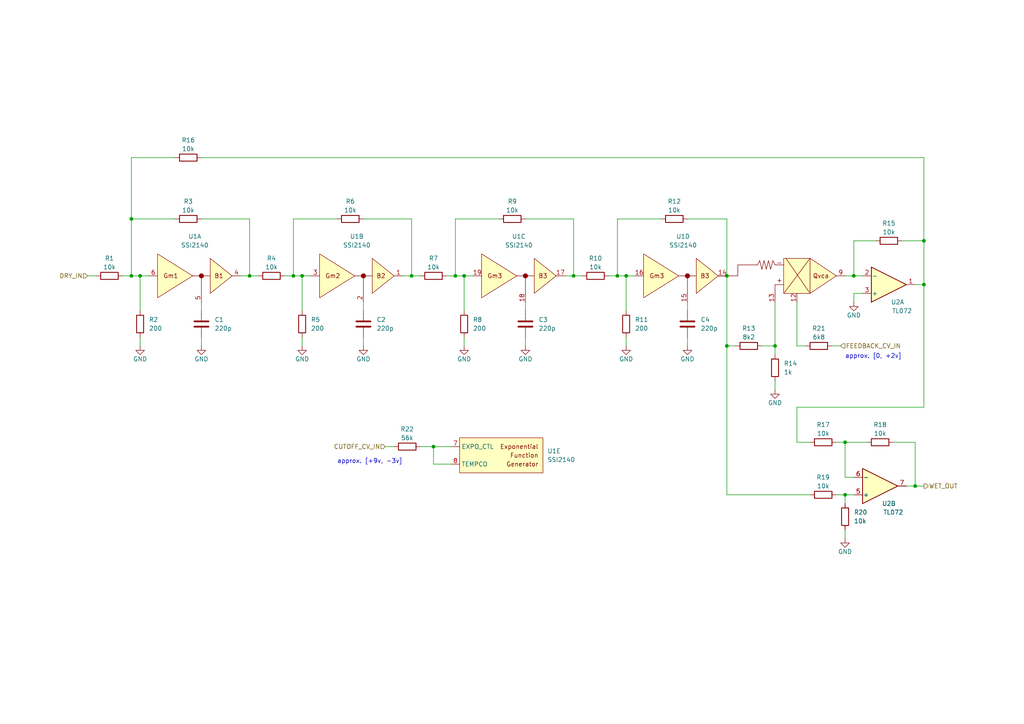
<source format=kicad_sch>
(kicad_sch (version 20211123) (generator eeschema)
  (paper "A4")
  (title_block (title "SSI2140 LPF") (date "2022-05-28") (rev "0") (comment 1 "creativecommons.org/licenses/by/4.0/") (comment 2 "License: CC by 4.0") (comment 3 "Author: Jordan Aceto"))
  (lib_symbols
    (symbol "Amplifier_Operational:TL072" (pin_names (offset 0.127))
      (property "Reference" "U" (at 0 5.08 0))
      (property "Value" "TL072" (at 0 -5.08 0))
      (symbol "TL072_1_1"
        (polyline (pts (xy -5.08 5.08) (xy 5.08 0) (xy -5.08 -5.08) (xy -5.08 5.08)) (stroke (width 0.254)) (fill (type background)))
        (pin output line (at 7.62 0 180) (length 2.54) (name "~") (number "1"))
        (pin input line (at -7.62 -2.54 0) (length 2.54) (name "-") (number "2"))
        (pin input line (at -7.62 2.54 0) (length 2.54) (name "+") (number "3"))
      )
      (symbol "TL072_2_1"
        (polyline (pts (xy -5.08 5.08) (xy 5.08 0) (xy -5.08 -5.08) (xy -5.08 5.08)) (stroke (width 0.254)) (fill (type background)))
        (pin input line (at -7.62 2.54 0) (length 2.54) (name "+") (number "5"))
        (pin input line (at -7.62 -2.54 0) (length 2.54) (name "-") (number "6"))
        (pin output line (at 7.62 0 180) (length 2.54) (name "~") (number "7"))
      )
      (symbol "TL072_3_1"
        (pin power_in line (at -2.54 -7.62 90) (length 3.81) (name "V-") (number "4"))
        (pin power_in line (at -2.54 7.62 270) (length 3.81) (name "V+") (number "8"))
      )
    )
    (symbol "Device:C" (pin_numbers hide) (pin_names (offset 0.254))
      (property "Reference" "C" (at 0.635 2.54 0))
      (property "Value" "C" (at 0.635 -2.54 0))
      (symbol "C_0_1"
        (polyline (pts (xy -2.032 -0.762) (xy 2.032 -0.762)) (stroke (width 0.508)))
        (polyline (pts (xy -2.032 0.762) (xy 2.032 0.762)) (stroke (width 0.508)))
      )
      (symbol "C_1_1"
        (pin passive line (at 0 3.81 270) (length 2.794) (name "~") (number "1"))
        (pin passive line (at 0 -3.81 90) (length 2.794) (name "~") (number "2"))
      )
    )
    (symbol "Device:R" (pin_numbers hide) (pin_names (offset 0))
      (property "Reference" "R" (at 2.032 0 90))
      (property "Value" "R" (at 0 0 90))
      (symbol "R_0_1"
        (rectangle (start -1.016 -2.54) (end 1.016 2.54) (stroke (width 0.254)))
      )
      (symbol "R_1_1"
        (pin passive line (at 0 3.81 270) (length 1.27) (name "~") (number "1"))
        (pin passive line (at 0 -3.81 90) (length 1.27) (name "~") (number "2"))
      )
    )
    (symbol "SSI2140_1"
      (property "Reference" "U" (at 0 10.16 0))
      (property "Value" "SSI2140_1" (at 0 7.62 0))
      (symbol "SSI2140_1_1_0"
        (polyline (pts (xy 0 0) (xy -2.54 0)))
        (polyline (pts (xy 0 -5.08) (xy 0 0) (xy 2.54 0)))
        (polyline (pts (xy -2.54 0) (xy -12.7 6.35) (xy -12.7 -6.35) (xy -2.54 0)) (fill (type background)))
        (text "B1" (at 5.08 0 0) (effects (font (size 1.27 1.27))))
        (text "Gm1" (at -8.89 0 0) (effects (font (size 1.27 1.27))))
      )
      (symbol "SSI2140_1_1_1"
        (polyline (pts (xy 8.89 0) (xy 2.54 5.08) (xy 2.54 -5.08) (xy 8.89 0)) (fill (type background)))
        (circle (center 0 0) (radius 0.635) (fill (type outline)))
        (pin output line (at 11.43 0 180) (length 2.54) (name "") (number "4"))
        (pin input line (at 0 -7.62 90) (length 2.54) (name "") (number "5"))
        (pin input line (at -15.24 0 0) (length 2.54) (name "") (number "6"))
      )
      (symbol "SSI2140_1_2_0"
        (polyline (pts (xy 0 0) (xy -2.54 0)))
        (polyline (pts (xy 0 -5.08) (xy 0 0) (xy 2.54 0)))
        (polyline (pts (xy -2.54 0) (xy -12.7 6.35) (xy -12.7 -6.35) (xy -2.54 0)) (fill (type background)))
        (text "B2" (at 5.08 0 0) (effects (font (size 1.27 1.27))))
        (text "Gm2" (at -8.89 0 0) (effects (font (size 1.27 1.27))))
      )
      (symbol "SSI2140_1_2_1"
        (polyline (pts (xy 8.89 0) (xy 2.54 5.08) (xy 2.54 -5.08) (xy 8.89 0)) (fill (type background)))
        (circle (center 0 0) (radius 0.635) (fill (type outline)))
        (pin output line (at 11.43 0 180) (length 2.54) (name "") (number "1"))
        (pin input line (at 0 -7.62 90) (length 2.54) (name "") (number "2"))
        (pin input line (at -15.24 0 0) (length 2.54) (name "") (number "3"))
      )
      (symbol "SSI2140_1_3_0"
        (polyline (pts (xy 0 0) (xy -2.54 0)))
        (polyline (pts (xy 0 -5.08) (xy 0 0) (xy 2.54 0)))
        (polyline (pts (xy -2.54 0) (xy -12.7 6.35) (xy -12.7 -6.35) (xy -2.54 0)) (fill (type background)))
        (text "B3" (at 5.08 0 0) (effects (font (size 1.27 1.27))))
        (text "Gm3" (at -8.89 0 0) (effects (font (size 1.27 1.27))))
      )
      (symbol "SSI2140_1_3_1"
        (polyline (pts (xy 8.89 0) (xy 2.54 5.08) (xy 2.54 -5.08) (xy 8.89 0)) (fill (type background)))
        (circle (center 0 0) (radius 0.635) (fill (type outline)))
        (pin output line (at 11.43 0 180) (length 2.54) (name "") (number "17"))
        (pin input line (at 0 -7.62 90) (length 2.54) (name "") (number "18"))
        (pin input line (at -15.24 0 0) (length 2.54) (name "") (number "19"))
      )
      (symbol "SSI2140_1_4_0"
        (polyline (pts (xy 0 0) (xy -2.54 0)))
        (polyline (pts (xy 27.94 -5.08) (xy 35.56 5.08)))
        (polyline (pts (xy 35.56 -5.08) (xy 28.575 5.08)))
        (polyline (pts (xy 0 -5.08) (xy 0 0) (xy 2.54 0)))
        (polyline (pts (xy 11.43 0) (xy 11.43 0) (xy 8.89 0)))
        (polyline (pts (xy 20.32 3.175) (xy 14.605 3.175) (xy 14.605 0)))
        (polyline (pts (xy 25.4 -5.08) (xy 25.4 -2.54) (xy 27.94 -2.54)))
        (polyline (pts (xy -2.54 0) (xy -12.7 6.35) (xy -12.7 -6.35) (xy -2.54 0)) (fill (type background)))
        (polyline (pts (xy 35.56 5.08) (xy 27.94 5.08) (xy 27.94 -5.08) (xy 35.56 -5.08)) (fill (type background)))
        (polyline (pts (xy 43.18 0) (xy 35.56 5.08) (xy 35.56 -5.08) (xy 43.18 0)) (fill (type background)))
        (polyline (pts (xy 20.32 3.175) (xy 20.955 4.445) (xy 21.59 1.905) (xy 22.225 4.445) (xy 22.86 1.905) (xy 23.495 4.445) (xy 24.13 1.905) (xy 24.765 4.445) (xy 25.4 3.175) (xy 27.94 3.175)))
        (text "+" (at 26.67 -1.27 0) (effects (font (size 1.27 1.27))))
        (text "-" (at 26.67 3.81 0) (effects (font (size 1.27 1.27))))
        (text "B3" (at 5.08 0 0) (effects (font (size 1.27 1.27))))
        (text "Gm3" (at -8.89 0 0) (effects (font (size 1.27 1.27))))
        (text "Qvca" (at 38.735 0 0) (effects (font (size 1.27 1.27))))
      )
      (symbol "SSI2140_1_4_1"
        (polyline (pts (xy 11.43 0) (xy 14.605 0)))
        (polyline (pts (xy 8.89 0) (xy 2.54 5.08) (xy 2.54 -5.08) (xy 8.89 0)) (fill (type background)))
        (circle (center 0 0) (radius 0.635) (fill (type outline)))
        (pin input line (at 31.75 -7.62 90) (length 2.54) (name "") (number "12"))
        (pin input line (at 25.4 -7.62 90) (length 2.54) (name "") (number "13"))
        (pin output line (at 11.43 0 180) (length 2.54) (name "") (number "14"))
        (pin input line (at 0 -7.62 90) (length 2.54) (name "") (number "15"))
        (pin input line (at -15.24 0 0) (length 2.54) (name "") (number "16"))
        (pin output line (at 45.72 0 180) (length 2.54) (name "") (number "9"))
      )
      (symbol "SSI2140_1_5_0"
        (text "Exponential" (at -10.16 2.54 0) (effects (font (size 1.27 1.27)) (justify left)))
        (text "Function" (at -10.16 0 0) (effects (font (size 1.27 1.27)) (justify left)))
        (text "Generator" (at -10.16 -2.54 0) (effects (font (size 1.27 1.27)) (justify left)))
      )
      (symbol "SSI2140_1_5_1"
        (rectangle (start -11.43 5.08) (end 12.7 -5.08) (fill (type background)))
        (pin input line (at 15.24 2.54 180) (length 2.54) (name "EXPO_CTL") (number "7"))
        (pin input line (at 15.24 -2.54 180) (length 2.54) (name "TEMPCO") (number "8"))
      )
      (symbol "SSI2140_1_6_0"
        (rectangle (start -3.81 6.35) (end 3.81 -11.43) (fill (type background)))
      )
      (symbol "SSI2140_1_6_1"
        (pin power_in line (at 6.35 -2.54 180) (length 2.54) (name "GND") (number "10"))
        (pin power_in line (at 6.35 -8.89 180) (length 2.54) (name "V-") (number "11"))
        (pin power_in line (at 6.35 3.81 180) (length 2.54) (name "V+") (number "20"))
      )
    )
    (symbol "SSI2140_2"
      (property "Reference" "U" (at 0 10.16 0))
      (property "Value" "SSI2140_2" (at 0 7.62 0))
      (symbol "SSI2140_2_1_0"
        (polyline (pts (xy 0 0) (xy -2.54 0)))
        (polyline (pts (xy 0 -5.08) (xy 0 0) (xy 2.54 0)))
        (polyline (pts (xy -2.54 0) (xy -12.7 6.35) (xy -12.7 -6.35) (xy -2.54 0)) (fill (type background)))
        (text "B1" (at 5.08 0 0) (effects (font (size 1.27 1.27))))
        (text "Gm1" (at -8.89 0 0) (effects (font (size 1.27 1.27))))
      )
      (symbol "SSI2140_2_1_1"
        (polyline (pts (xy 8.89 0) (xy 2.54 5.08) (xy 2.54 -5.08) (xy 8.89 0)) (fill (type background)))
        (circle (center 0 0) (radius 0.635) (fill (type outline)))
        (pin output line (at 11.43 0 180) (length 2.54) (name "") (number "4"))
        (pin input line (at 0 -7.62 90) (length 2.54) (name "") (number "5"))
        (pin input line (at -15.24 0 0) (length 2.54) (name "") (number "6"))
      )
      (symbol "SSI2140_2_2_0"
        (polyline (pts (xy 0 0) (xy -2.54 0)))
        (polyline (pts (xy 0 -5.08) (xy 0 0) (xy 2.54 0)))
        (polyline (pts (xy -2.54 0) (xy -12.7 6.35) (xy -12.7 -6.35) (xy -2.54 0)) (fill (type background)))
        (text "B2" (at 5.08 0 0) (effects (font (size 1.27 1.27))))
        (text "Gm2" (at -8.89 0 0) (effects (font (size 1.27 1.27))))
      )
      (symbol "SSI2140_2_2_1"
        (polyline (pts (xy 8.89 0) (xy 2.54 5.08) (xy 2.54 -5.08) (xy 8.89 0)) (fill (type background)))
        (circle (center 0 0) (radius 0.635) (fill (type outline)))
        (pin output line (at 11.43 0 180) (length 2.54) (name "") (number "1"))
        (pin input line (at 0 -7.62 90) (length 2.54) (name "") (number "2"))
        (pin input line (at -15.24 0 0) (length 2.54) (name "") (number "3"))
      )
      (symbol "SSI2140_2_3_0"
        (polyline (pts (xy 0 0) (xy -2.54 0)))
        (polyline (pts (xy 0 -5.08) (xy 0 0) (xy 2.54 0)))
        (polyline (pts (xy -2.54 0) (xy -12.7 6.35) (xy -12.7 -6.35) (xy -2.54 0)) (fill (type background)))
        (text "B3" (at 5.08 0 0) (effects (font (size 1.27 1.27))))
        (text "Gm3" (at -8.89 0 0) (effects (font (size 1.27 1.27))))
      )
      (symbol "SSI2140_2_3_1"
        (polyline (pts (xy 8.89 0) (xy 2.54 5.08) (xy 2.54 -5.08) (xy 8.89 0)) (fill (type background)))
        (circle (center 0 0) (radius 0.635) (fill (type outline)))
        (pin output line (at 11.43 0 180) (length 2.54) (name "") (number "17"))
        (pin input line (at 0 -7.62 90) (length 2.54) (name "") (number "18"))
        (pin input line (at -15.24 0 0) (length 2.54) (name "") (number "19"))
      )
      (symbol "SSI2140_2_4_0"
        (polyline (pts (xy 0 0) (xy -2.54 0)))
        (polyline (pts (xy 27.94 -5.08) (xy 35.56 5.08)))
        (polyline (pts (xy 35.56 -5.08) (xy 28.575 5.08)))
        (polyline (pts (xy 0 -5.08) (xy 0 0) (xy 2.54 0)))
        (polyline (pts (xy 11.43 0) (xy 11.43 0) (xy 8.89 0)))
        (polyline (pts (xy 20.32 3.175) (xy 14.605 3.175) (xy 14.605 0)))
        (polyline (pts (xy 25.4 -5.08) (xy 25.4 -2.54) (xy 27.94 -2.54)))
        (polyline (pts (xy -2.54 0) (xy -12.7 6.35) (xy -12.7 -6.35) (xy -2.54 0)) (fill (type background)))
        (polyline (pts (xy 35.56 5.08) (xy 27.94 5.08) (xy 27.94 -5.08) (xy 35.56 -5.08)) (fill (type background)))
        (polyline (pts (xy 43.18 0) (xy 35.56 5.08) (xy 35.56 -5.08) (xy 43.18 0)) (fill (type background)))
        (polyline (pts (xy 20.32 3.175) (xy 20.955 4.445) (xy 21.59 1.905) (xy 22.225 4.445) (xy 22.86 1.905) (xy 23.495 4.445) (xy 24.13 1.905) (xy 24.765 4.445) (xy 25.4 3.175) (xy 27.94 3.175)))
        (text "+" (at 26.67 -1.27 0) (effects (font (size 1.27 1.27))))
        (text "-" (at 26.67 3.81 0) (effects (font (size 1.27 1.27))))
        (text "B3" (at 5.08 0 0) (effects (font (size 1.27 1.27))))
        (text "Gm3" (at -8.89 0 0) (effects (font (size 1.27 1.27))))
        (text "Qvca" (at 38.735 0 0) (effects (font (size 1.27 1.27))))
      )
      (symbol "SSI2140_2_4_1"
        (polyline (pts (xy 11.43 0) (xy 14.605 0)))
        (polyline (pts (xy 8.89 0) (xy 2.54 5.08) (xy 2.54 -5.08) (xy 8.89 0)) (fill (type background)))
        (circle (center 0 0) (radius 0.635) (fill (type outline)))
        (pin input line (at 31.75 -7.62 90) (length 2.54) (name "") (number "12"))
        (pin input line (at 25.4 -7.62 90) (length 2.54) (name "") (number "13"))
        (pin output line (at 11.43 0 180) (length 2.54) (name "") (number "14"))
        (pin input line (at 0 -7.62 90) (length 2.54) (name "") (number "15"))
        (pin input line (at -15.24 0 0) (length 2.54) (name "") (number "16"))
        (pin output line (at 45.72 0 180) (length 2.54) (name "") (number "9"))
      )
      (symbol "SSI2140_2_5_0"
        (text "Exponential" (at -10.16 2.54 0) (effects (font (size 1.27 1.27)) (justify left)))
        (text "Function" (at -10.16 0 0) (effects (font (size 1.27 1.27)) (justify left)))
        (text "Generator" (at -10.16 -2.54 0) (effects (font (size 1.27 1.27)) (justify left)))
      )
      (symbol "SSI2140_2_5_1"
        (rectangle (start -11.43 5.08) (end 12.7 -5.08) (fill (type background)))
        (pin input line (at 15.24 2.54 180) (length 2.54) (name "EXPO_CTL") (number "7"))
        (pin input line (at 15.24 -2.54 180) (length 2.54) (name "TEMPCO") (number "8"))
      )
      (symbol "SSI2140_2_6_0"
        (rectangle (start -3.81 6.35) (end 3.81 -11.43) (fill (type background)))
      )
      (symbol "SSI2140_2_6_1"
        (pin power_in line (at 6.35 -2.54 180) (length 2.54) (name "GND") (number "10"))
        (pin power_in line (at 6.35 -8.89 180) (length 2.54) (name "V-") (number "11"))
        (pin power_in line (at 6.35 3.81 180) (length 2.54) (name "V+") (number "20"))
      )
    )
    (symbol "SSI2140_3"
      (property "Reference" "U" (at 0 10.16 0))
      (property "Value" "SSI2140_3" (at 0 7.62 0))
      (symbol "SSI2140_3_1_0"
        (polyline (pts (xy 0 0) (xy -2.54 0)))
        (polyline (pts (xy 0 -5.08) (xy 0 0) (xy 2.54 0)))
        (polyline (pts (xy -2.54 0) (xy -12.7 6.35) (xy -12.7 -6.35) (xy -2.54 0)) (fill (type background)))
        (text "B1" (at 5.08 0 0) (effects (font (size 1.27 1.27))))
        (text "Gm1" (at -8.89 0 0) (effects (font (size 1.27 1.27))))
      )
      (symbol "SSI2140_3_1_1"
        (polyline (pts (xy 8.89 0) (xy 2.54 5.08) (xy 2.54 -5.08) (xy 8.89 0)) (fill (type background)))
        (circle (center 0 0) (radius 0.635) (fill (type outline)))
        (pin output line (at 11.43 0 180) (length 2.54) (name "") (number "4"))
        (pin input line (at 0 -7.62 90) (length 2.54) (name "") (number "5"))
        (pin input line (at -15.24 0 0) (length 2.54) (name "") (number "6"))
      )
      (symbol "SSI2140_3_2_0"
        (polyline (pts (xy 0 0) (xy -2.54 0)))
        (polyline (pts (xy 0 -5.08) (xy 0 0) (xy 2.54 0)))
        (polyline (pts (xy -2.54 0) (xy -12.7 6.35) (xy -12.7 -6.35) (xy -2.54 0)) (fill (type background)))
        (text "B2" (at 5.08 0 0) (effects (font (size 1.27 1.27))))
        (text "Gm2" (at -8.89 0 0) (effects (font (size 1.27 1.27))))
      )
      (symbol "SSI2140_3_2_1"
        (polyline (pts (xy 8.89 0) (xy 2.54 5.08) (xy 2.54 -5.08) (xy 8.89 0)) (fill (type background)))
        (circle (center 0 0) (radius 0.635) (fill (type outline)))
        (pin output line (at 11.43 0 180) (length 2.54) (name "") (number "1"))
        (pin input line (at 0 -7.62 90) (length 2.54) (name "") (number "2"))
        (pin input line (at -15.24 0 0) (length 2.54) (name "") (number "3"))
      )
      (symbol "SSI2140_3_3_0"
        (polyline (pts (xy 0 0) (xy -2.54 0)))
        (polyline (pts (xy 0 -5.08) (xy 0 0) (xy 2.54 0)))
        (polyline (pts (xy -2.54 0) (xy -12.7 6.35) (xy -12.7 -6.35) (xy -2.54 0)) (fill (type background)))
        (text "B3" (at 5.08 0 0) (effects (font (size 1.27 1.27))))
        (text "Gm3" (at -8.89 0 0) (effects (font (size 1.27 1.27))))
      )
      (symbol "SSI2140_3_3_1"
        (polyline (pts (xy 8.89 0) (xy 2.54 5.08) (xy 2.54 -5.08) (xy 8.89 0)) (fill (type background)))
        (circle (center 0 0) (radius 0.635) (fill (type outline)))
        (pin output line (at 11.43 0 180) (length 2.54) (name "") (number "17"))
        (pin input line (at 0 -7.62 90) (length 2.54) (name "") (number "18"))
        (pin input line (at -15.24 0 0) (length 2.54) (name "") (number "19"))
      )
      (symbol "SSI2140_3_4_0"
        (polyline (pts (xy 0 0) (xy -2.54 0)))
        (polyline (pts (xy 27.94 -5.08) (xy 35.56 5.08)))
        (polyline (pts (xy 35.56 -5.08) (xy 28.575 5.08)))
        (polyline (pts (xy 0 -5.08) (xy 0 0) (xy 2.54 0)))
        (polyline (pts (xy 11.43 0) (xy 11.43 0) (xy 8.89 0)))
        (polyline (pts (xy 20.32 3.175) (xy 14.605 3.175) (xy 14.605 0)))
        (polyline (pts (xy 25.4 -5.08) (xy 25.4 -2.54) (xy 27.94 -2.54)))
        (polyline (pts (xy -2.54 0) (xy -12.7 6.35) (xy -12.7 -6.35) (xy -2.54 0)) (fill (type background)))
        (polyline (pts (xy 35.56 5.08) (xy 27.94 5.08) (xy 27.94 -5.08) (xy 35.56 -5.08)) (fill (type background)))
        (polyline (pts (xy 43.18 0) (xy 35.56 5.08) (xy 35.56 -5.08) (xy 43.18 0)) (fill (type background)))
        (polyline (pts (xy 20.32 3.175) (xy 20.955 4.445) (xy 21.59 1.905) (xy 22.225 4.445) (xy 22.86 1.905) (xy 23.495 4.445) (xy 24.13 1.905) (xy 24.765 4.445) (xy 25.4 3.175) (xy 27.94 3.175)))
        (text "+" (at 26.67 -1.27 0) (effects (font (size 1.27 1.27))))
        (text "-" (at 26.67 3.81 0) (effects (font (size 1.27 1.27))))
        (text "B3" (at 5.08 0 0) (effects (font (size 1.27 1.27))))
        (text "Gm3" (at -8.89 0 0) (effects (font (size 1.27 1.27))))
        (text "Qvca" (at 38.735 0 0) (effects (font (size 1.27 1.27))))
      )
      (symbol "SSI2140_3_4_1"
        (polyline (pts (xy 11.43 0) (xy 14.605 0)))
        (polyline (pts (xy 8.89 0) (xy 2.54 5.08) (xy 2.54 -5.08) (xy 8.89 0)) (fill (type background)))
        (circle (center 0 0) (radius 0.635) (fill (type outline)))
        (pin input line (at 31.75 -7.62 90) (length 2.54) (name "") (number "12"))
        (pin input line (at 25.4 -7.62 90) (length 2.54) (name "") (number "13"))
        (pin output line (at 11.43 0 180) (length 2.54) (name "") (number "14"))
        (pin input line (at 0 -7.62 90) (length 2.54) (name "") (number "15"))
        (pin input line (at -15.24 0 0) (length 2.54) (name "") (number "16"))
        (pin output line (at 45.72 0 180) (length 2.54) (name "") (number "9"))
      )
      (symbol "SSI2140_3_5_0"
        (text "Exponential" (at -10.16 2.54 0) (effects (font (size 1.27 1.27)) (justify left)))
        (text "Function" (at -10.16 0 0) (effects (font (size 1.27 1.27)) (justify left)))
        (text "Generator" (at -10.16 -2.54 0) (effects (font (size 1.27 1.27)) (justify left)))
      )
      (symbol "SSI2140_3_5_1"
        (rectangle (start -11.43 5.08) (end 12.7 -5.08) (fill (type background)))
        (pin input line (at 15.24 2.54 180) (length 2.54) (name "EXPO_CTL") (number "7"))
        (pin input line (at 15.24 -2.54 180) (length 2.54) (name "TEMPCO") (number "8"))
      )
      (symbol "SSI2140_3_6_0"
        (rectangle (start -3.81 6.35) (end 3.81 -11.43) (fill (type background)))
      )
      (symbol "SSI2140_3_6_1"
        (pin power_in line (at 6.35 -2.54 180) (length 2.54) (name "GND") (number "10"))
        (pin power_in line (at 6.35 -8.89 180) (length 2.54) (name "V-") (number "11"))
        (pin power_in line (at 6.35 3.81 180) (length 2.54) (name "V+") (number "20"))
      )
    )
    (symbol "SSI2140_4"
      (property "Reference" "U" (at 0 10.16 0))
      (property "Value" "SSI2140_4" (at 0 7.62 0))
      (symbol "SSI2140_4_1_0"
        (polyline (pts (xy 0 0) (xy -2.54 0)))
        (polyline (pts (xy 0 -5.08) (xy 0 0) (xy 2.54 0)))
        (polyline (pts (xy -2.54 0) (xy -12.7 6.35) (xy -12.7 -6.35) (xy -2.54 0)) (fill (type background)))
        (text "B1" (at 5.08 0 0) (effects (font (size 1.27 1.27))))
        (text "Gm1" (at -8.89 0 0) (effects (font (size 1.27 1.27))))
      )
      (symbol "SSI2140_4_1_1"
        (polyline (pts (xy 8.89 0) (xy 2.54 5.08) (xy 2.54 -5.08) (xy 8.89 0)) (fill (type background)))
        (circle (center 0 0) (radius 0.635) (fill (type outline)))
        (pin output line (at 11.43 0 180) (length 2.54) (name "") (number "4"))
        (pin input line (at 0 -7.62 90) (length 2.54) (name "") (number "5"))
        (pin input line (at -15.24 0 0) (length 2.54) (name "") (number "6"))
      )
      (symbol "SSI2140_4_2_0"
        (polyline (pts (xy 0 0) (xy -2.54 0)))
        (polyline (pts (xy 0 -5.08) (xy 0 0) (xy 2.54 0)))
        (polyline (pts (xy -2.54 0) (xy -12.7 6.35) (xy -12.7 -6.35) (xy -2.54 0)) (fill (type background)))
        (text "B2" (at 5.08 0 0) (effects (font (size 1.27 1.27))))
        (text "Gm2" (at -8.89 0 0) (effects (font (size 1.27 1.27))))
      )
      (symbol "SSI2140_4_2_1"
        (polyline (pts (xy 8.89 0) (xy 2.54 5.08) (xy 2.54 -5.08) (xy 8.89 0)) (fill (type background)))
        (circle (center 0 0) (radius 0.635) (fill (type outline)))
        (pin output line (at 11.43 0 180) (length 2.54) (name "") (number "1"))
        (pin input line (at 0 -7.62 90) (length 2.54) (name "") (number "2"))
        (pin input line (at -15.24 0 0) (length 2.54) (name "") (number "3"))
      )
      (symbol "SSI2140_4_3_0"
        (polyline (pts (xy 0 0) (xy -2.54 0)))
        (polyline (pts (xy 0 -5.08) (xy 0 0) (xy 2.54 0)))
        (polyline (pts (xy -2.54 0) (xy -12.7 6.35) (xy -12.7 -6.35) (xy -2.54 0)) (fill (type background)))
        (text "B3" (at 5.08 0 0) (effects (font (size 1.27 1.27))))
        (text "Gm3" (at -8.89 0 0) (effects (font (size 1.27 1.27))))
      )
      (symbol "SSI2140_4_3_1"
        (polyline (pts (xy 8.89 0) (xy 2.54 5.08) (xy 2.54 -5.08) (xy 8.89 0)) (fill (type background)))
        (circle (center 0 0) (radius 0.635) (fill (type outline)))
        (pin output line (at 11.43 0 180) (length 2.54) (name "") (number "17"))
        (pin input line (at 0 -7.62 90) (length 2.54) (name "") (number "18"))
        (pin input line (at -15.24 0 0) (length 2.54) (name "") (number "19"))
      )
      (symbol "SSI2140_4_4_0"
        (polyline (pts (xy 0 0) (xy -2.54 0)))
        (polyline (pts (xy 27.94 -5.08) (xy 35.56 5.08)))
        (polyline (pts (xy 35.56 -5.08) (xy 28.575 5.08)))
        (polyline (pts (xy 0 -5.08) (xy 0 0) (xy 2.54 0)))
        (polyline (pts (xy 11.43 0) (xy 11.43 0) (xy 8.89 0)))
        (polyline (pts (xy 20.32 3.175) (xy 14.605 3.175) (xy 14.605 0)))
        (polyline (pts (xy 25.4 -5.08) (xy 25.4 -2.54) (xy 27.94 -2.54)))
        (polyline (pts (xy -2.54 0) (xy -12.7 6.35) (xy -12.7 -6.35) (xy -2.54 0)) (fill (type background)))
        (polyline (pts (xy 35.56 5.08) (xy 27.94 5.08) (xy 27.94 -5.08) (xy 35.56 -5.08)) (fill (type background)))
        (polyline (pts (xy 43.18 0) (xy 35.56 5.08) (xy 35.56 -5.08) (xy 43.18 0)) (fill (type background)))
        (polyline (pts (xy 20.32 3.175) (xy 20.955 4.445) (xy 21.59 1.905) (xy 22.225 4.445) (xy 22.86 1.905) (xy 23.495 4.445) (xy 24.13 1.905) (xy 24.765 4.445) (xy 25.4 3.175) (xy 27.94 3.175)))
        (text "+" (at 26.67 -1.27 0) (effects (font (size 1.27 1.27))))
        (text "-" (at 26.67 3.81 0) (effects (font (size 1.27 1.27))))
        (text "B3" (at 5.08 0 0) (effects (font (size 1.27 1.27))))
        (text "Gm3" (at -8.89 0 0) (effects (font (size 1.27 1.27))))
        (text "Qvca" (at 38.735 0 0) (effects (font (size 1.27 1.27))))
      )
      (symbol "SSI2140_4_4_1"
        (polyline (pts (xy 11.43 0) (xy 14.605 0)))
        (polyline (pts (xy 8.89 0) (xy 2.54 5.08) (xy 2.54 -5.08) (xy 8.89 0)) (fill (type background)))
        (circle (center 0 0) (radius 0.635) (fill (type outline)))
        (pin input line (at 31.75 -7.62 90) (length 2.54) (name "") (number "12"))
        (pin input line (at 25.4 -7.62 90) (length 2.54) (name "") (number "13"))
        (pin output line (at 11.43 0 180) (length 2.54) (name "") (number "14"))
        (pin input line (at 0 -7.62 90) (length 2.54) (name "") (number "15"))
        (pin input line (at -15.24 0 0) (length 2.54) (name "") (number "16"))
        (pin output line (at 45.72 0 180) (length 2.54) (name "") (number "9"))
      )
      (symbol "SSI2140_4_5_0"
        (text "Exponential" (at -10.16 2.54 0) (effects (font (size 1.27 1.27)) (justify left)))
        (text "Function" (at -10.16 0 0) (effects (font (size 1.27 1.27)) (justify left)))
        (text "Generator" (at -10.16 -2.54 0) (effects (font (size 1.27 1.27)) (justify left)))
      )
      (symbol "SSI2140_4_5_1"
        (rectangle (start -11.43 5.08) (end 12.7 -5.08) (fill (type background)))
        (pin input line (at 15.24 2.54 180) (length 2.54) (name "EXPO_CTL") (number "7"))
        (pin input line (at 15.24 -2.54 180) (length 2.54) (name "TEMPCO") (number "8"))
      )
      (symbol "SSI2140_4_6_0"
        (rectangle (start -3.81 6.35) (end 3.81 -11.43) (fill (type background)))
      )
      (symbol "SSI2140_4_6_1"
        (pin power_in line (at 6.35 -2.54 180) (length 2.54) (name "GND") (number "10"))
        (pin power_in line (at 6.35 -8.89 180) (length 2.54) (name "V-") (number "11"))
        (pin power_in line (at 6.35 3.81 180) (length 2.54) (name "V+") (number "20"))
      )
    )
    (symbol "custom_symbols:SSI2140"
      (property "Reference" "U" (at 0 10.16 0))
      (property "Value" "SSI2140" (at 0 7.62 0))
      (symbol "SSI2140_1_0"
        (polyline (pts (xy 0 0) (xy -2.54 0)))
        (polyline (pts (xy 0 -5.08) (xy 0 0) (xy 2.54 0)))
        (polyline (pts (xy -2.54 0) (xy -12.7 6.35) (xy -12.7 -6.35) (xy -2.54 0)) (fill (type background)))
        (text "B1" (at 5.08 0 0) (effects (font (size 1.27 1.27))))
        (text "Gm1" (at -8.89 0 0) (effects (font (size 1.27 1.27))))
      )
      (symbol "SSI2140_1_1"
        (polyline (pts (xy 8.89 0) (xy 2.54 5.08) (xy 2.54 -5.08) (xy 8.89 0)) (fill (type background)))
        (circle (center 0 0) (radius 0.635) (fill (type outline)))
        (pin output line (at 11.43 0 180) (length 2.54) (name "") (number "4"))
        (pin input line (at 0 -7.62 90) (length 2.54) (name "") (number "5"))
        (pin input line (at -15.24 0 0) (length 2.54) (name "") (number "6"))
      )
      (symbol "SSI2140_2_0"
        (polyline (pts (xy 0 0) (xy -2.54 0)))
        (polyline (pts (xy 0 -5.08) (xy 0 0) (xy 2.54 0)))
        (polyline (pts (xy -2.54 0) (xy -12.7 6.35) (xy -12.7 -6.35) (xy -2.54 0)) (fill (type background)))
        (text "B2" (at 5.08 0 0) (effects (font (size 1.27 1.27))))
        (text "Gm2" (at -8.89 0 0) (effects (font (size 1.27 1.27))))
      )
      (symbol "SSI2140_2_1"
        (polyline (pts (xy 8.89 0) (xy 2.54 5.08) (xy 2.54 -5.08) (xy 8.89 0)) (fill (type background)))
        (circle (center 0 0) (radius 0.635) (fill (type outline)))
        (pin output line (at 11.43 0 180) (length 2.54) (name "") (number "1"))
        (pin input line (at 0 -7.62 90) (length 2.54) (name "") (number "2"))
        (pin input line (at -15.24 0 0) (length 2.54) (name "") (number "3"))
      )
      (symbol "SSI2140_3_0"
        (polyline (pts (xy 0 0) (xy -2.54 0)))
        (polyline (pts (xy 0 -5.08) (xy 0 0) (xy 2.54 0)))
        (polyline (pts (xy -2.54 0) (xy -12.7 6.35) (xy -12.7 -6.35) (xy -2.54 0)) (fill (type background)))
        (text "B3" (at 5.08 0 0) (effects (font (size 1.27 1.27))))
        (text "Gm3" (at -8.89 0 0) (effects (font (size 1.27 1.27))))
      )
      (symbol "SSI2140_3_1"
        (polyline (pts (xy 8.89 0) (xy 2.54 5.08) (xy 2.54 -5.08) (xy 8.89 0)) (fill (type background)))
        (circle (center 0 0) (radius 0.635) (fill (type outline)))
        (pin output line (at 11.43 0 180) (length 2.54) (name "") (number "17"))
        (pin input line (at 0 -7.62 90) (length 2.54) (name "") (number "18"))
        (pin input line (at -15.24 0 0) (length 2.54) (name "") (number "19"))
      )
      (symbol "SSI2140_4_0"
        (polyline (pts (xy 0 0) (xy -2.54 0)))
        (polyline (pts (xy 27.94 -5.08) (xy 35.56 5.08)))
        (polyline (pts (xy 35.56 -5.08) (xy 28.575 5.08)))
        (polyline (pts (xy 0 -5.08) (xy 0 0) (xy 2.54 0)))
        (polyline (pts (xy 11.43 0) (xy 11.43 0) (xy 8.89 0)))
        (polyline (pts (xy 20.32 3.175) (xy 14.605 3.175) (xy 14.605 0)))
        (polyline (pts (xy 25.4 -5.08) (xy 25.4 -2.54) (xy 27.94 -2.54)))
        (polyline (pts (xy -2.54 0) (xy -12.7 6.35) (xy -12.7 -6.35) (xy -2.54 0)) (fill (type background)))
        (polyline (pts (xy 35.56 5.08) (xy 27.94 5.08) (xy 27.94 -5.08) (xy 35.56 -5.08)) (fill (type background)))
        (polyline (pts (xy 43.18 0) (xy 35.56 5.08) (xy 35.56 -5.08) (xy 43.18 0)) (fill (type background)))
        (polyline (pts (xy 20.32 3.175) (xy 20.955 4.445) (xy 21.59 1.905) (xy 22.225 4.445) (xy 22.86 1.905) (xy 23.495 4.445) (xy 24.13 1.905) (xy 24.765 4.445) (xy 25.4 3.175) (xy 27.94 3.175)))
        (text "+" (at 26.67 -1.27 0) (effects (font (size 1.27 1.27))))
        (text "-" (at 26.67 3.81 0) (effects (font (size 1.27 1.27))))
        (text "B3" (at 5.08 0 0) (effects (font (size 1.27 1.27))))
        (text "Gm3" (at -8.89 0 0) (effects (font (size 1.27 1.27))))
        (text "Qvca" (at 38.735 0 0) (effects (font (size 1.27 1.27))))
      )
      (symbol "SSI2140_4_1"
        (polyline (pts (xy 11.43 0) (xy 14.605 0)))
        (polyline (pts (xy 8.89 0) (xy 2.54 5.08) (xy 2.54 -5.08) (xy 8.89 0)) (fill (type background)))
        (circle (center 0 0) (radius 0.635) (fill (type outline)))
        (pin input line (at 31.75 -7.62 90) (length 2.54) (name "") (number "12"))
        (pin input line (at 25.4 -7.62 90) (length 2.54) (name "") (number "13"))
        (pin output line (at 11.43 0 180) (length 2.54) (name "") (number "14"))
        (pin input line (at 0 -7.62 90) (length 2.54) (name "") (number "15"))
        (pin input line (at -15.24 0 0) (length 2.54) (name "") (number "16"))
        (pin output line (at 45.72 0 180) (length 2.54) (name "") (number "9"))
      )
      (symbol "SSI2140_5_0"
        (text "Exponential" (at -10.16 2.54 0) (effects (font (size 1.27 1.27)) (justify left)))
        (text "Function" (at -10.16 0 0) (effects (font (size 1.27 1.27)) (justify left)))
        (text "Generator" (at -10.16 -2.54 0) (effects (font (size 1.27 1.27)) (justify left)))
      )
      (symbol "SSI2140_5_1"
        (rectangle (start -11.43 5.08) (end 12.7 -5.08) (fill (type background)))
        (pin input line (at 15.24 2.54 180) (length 2.54) (name "EXPO_CTL") (number "7"))
        (pin input line (at 15.24 -2.54 180) (length 2.54) (name "TEMPCO") (number "8"))
      )
      (symbol "SSI2140_6_0"
        (rectangle (start -3.81 6.35) (end 3.81 -11.43) (fill (type background)))
      )
      (symbol "SSI2140_6_1"
        (pin power_in line (at 6.35 -2.54 180) (length 2.54) (name "GND") (number "10"))
        (pin power_in line (at 6.35 -8.89 180) (length 2.54) (name "V-") (number "11"))
        (pin power_in line (at 6.35 3.81 180) (length 2.54) (name "V+") (number "20"))
      )
    )
    (symbol "power:GND" (power) (pin_names (offset 0))
      (property "Value" "GND" (at 0 -3.81 0))
      (symbol "GND_0_1"
        (polyline (pts (xy 0 0) (xy 0 -1.27) (xy 1.27 -1.27) (xy 0 -2.54) (xy -1.27 -1.27) (xy 0 -1.27)))
      )
      (symbol "GND_1_1"
        (pin power_in line (at 0 0 270) (length 0) hide (name "GND") (number "1"))
      )
    )
  )
  (junction (at 179.07 80.01))
  (junction (at 132.08 80.01))
  (junction (at 87.63 80.01))
  (junction (at 134.62 80.01))
  (junction (at 166.37 80.01))
  (junction (at 267.97 69.85))
  (junction (at 245.11 128.27))
  (junction (at 85.09 80.01))
  (junction (at 72.39 80.01))
  (junction (at 38.1 80.01))
  (junction (at 245.11 143.51))
  (junction (at 119.38 80.01))
  (junction (at 210.82 100.33))
  (junction (at 210.82 80.01))
  (junction (at 40.64 80.01))
  (junction (at 224.79 100.33))
  (junction (at 125.73 129.54))
  (junction (at 267.97 82.55))
  (junction (at 38.1 63.5))
  (junction (at 181.61 80.01))
  (junction (at 247.65 80.01))
  (junction (at 265.43 140.97))
  (wire (pts (xy 265.43 140.97) (xy 267.97 140.97)))
  (wire (pts (xy 262.89 140.97) (xy 265.43 140.97)))
  (wire (pts (xy 152.4 87.63) (xy 152.4 90.17)))
  (wire (pts (xy 119.38 63.5) (xy 105.41 63.5)))
  (wire (pts (xy 134.62 80.01) (xy 134.62 90.17)))
  (wire (pts (xy 181.61 80.01) (xy 184.15 80.01)))
  (wire (pts (xy 267.97 118.11) (xy 267.97 82.55)))
  (wire (pts (xy 267.97 69.85) (xy 267.97 45.72)))
  (wire (pts (xy 58.42 87.63) (xy 58.42 90.17)))
  (wire (pts (xy 40.64 80.01) (xy 40.64 90.17)))
  (wire (pts (xy 82.55 80.01) (xy 85.09 80.01)))
  (wire (pts (xy 210.82 63.5) (xy 199.39 63.5)))
  (wire (pts (xy 69.85 80.01) (xy 72.39 80.01)))
  (wire (pts (xy 224.79 110.49) (xy 224.79 113.03)))
  (wire (pts (xy 111.76 129.54) (xy 114.3 129.54)))
  (wire (pts (xy 176.53 80.01) (xy 179.07 80.01)))
  (wire (pts (xy 116.84 80.01) (xy 119.38 80.01)))
  (wire (pts (xy 130.81 134.62) (xy 125.73 134.62)))
  (wire (pts (xy 105.41 97.79) (xy 105.41 100.33)))
  (wire (pts (xy 234.95 128.27) (xy 231.14 128.27)))
  (wire (pts (xy 210.82 100.33) (xy 213.36 100.33)))
  (wire (pts (xy 234.95 143.51) (xy 210.82 143.51)))
  (wire (pts (xy 267.97 82.55) (xy 267.97 69.85)))
  (wire (pts (xy 265.43 128.27) (xy 259.08 128.27)))
  (wire (pts (xy 166.37 80.01) (xy 168.91 80.01)))
  (wire (pts (xy 166.37 80.01) (xy 166.37 63.5)))
  (wire (pts (xy 125.73 134.62) (xy 125.73 129.54)))
  (wire (pts (xy 163.83 80.01) (xy 166.37 80.01)))
  (wire (pts (xy 125.73 129.54) (xy 130.81 129.54)))
  (wire (pts (xy 242.57 143.51) (xy 245.11 143.51)))
  (wire (pts (xy 166.37 63.5) (xy 152.4 63.5)))
  (wire (pts (xy 35.56 80.01) (xy 38.1 80.01)))
  (wire (pts (xy 242.57 128.27) (xy 245.11 128.27)))
  (wire (pts (xy 245.11 143.51) (xy 245.11 146.05)))
  (wire (pts (xy 199.39 87.63) (xy 199.39 90.17)))
  (wire (pts (xy 38.1 45.72) (xy 38.1 63.5)))
  (wire (pts (xy 245.11 138.43) (xy 247.65 138.43)))
  (wire (pts (xy 231.14 100.33) (xy 231.14 87.63)))
  (wire (pts (xy 224.79 100.33) (xy 224.79 102.87)))
  (wire (pts (xy 247.65 69.85) (xy 254 69.85)))
  (wire (pts (xy 265.43 140.97) (xy 265.43 128.27)))
  (wire (pts (xy 25.4 80.01) (xy 27.94 80.01)))
  (wire (pts (xy 233.68 100.33) (xy 231.14 100.33)))
  (wire (pts (xy 199.39 97.79) (xy 199.39 100.33)))
  (wire (pts (xy 87.63 80.01) (xy 90.17 80.01)))
  (wire (pts (xy 245.11 153.67) (xy 245.11 156.21)))
  (wire (pts (xy 85.09 80.01) (xy 87.63 80.01)))
  (wire (pts (xy 72.39 80.01) (xy 72.39 63.5)))
  (wire (pts (xy 132.08 63.5) (xy 144.78 63.5)))
  (wire (pts (xy 179.07 63.5) (xy 179.07 80.01)))
  (wire (pts (xy 119.38 80.01) (xy 121.92 80.01)))
  (wire (pts (xy 40.64 80.01) (xy 43.18 80.01)))
  (wire (pts (xy 267.97 45.72) (xy 58.42 45.72)))
  (wire (pts (xy 50.8 45.72) (xy 38.1 45.72)))
  (wire (pts (xy 220.98 100.33) (xy 224.79 100.33)))
  (wire (pts (xy 87.63 97.79) (xy 87.63 100.33)))
  (wire (pts (xy 265.43 82.55) (xy 267.97 82.55)))
  (wire (pts (xy 247.65 80.01) (xy 247.65 69.85)))
  (wire (pts (xy 247.65 85.09) (xy 247.65 87.63)))
  (wire (pts (xy 40.64 97.79) (xy 40.64 100.33)))
  (wire (pts (xy 119.38 80.01) (xy 119.38 63.5)))
  (wire (pts (xy 152.4 97.79) (xy 152.4 100.33)))
  (wire (pts (xy 87.63 80.01) (xy 87.63 90.17)))
  (wire (pts (xy 132.08 63.5) (xy 132.08 80.01)))
  (wire (pts (xy 85.09 63.5) (xy 85.09 80.01)))
  (wire (pts (xy 72.39 80.01) (xy 74.93 80.01)))
  (wire (pts (xy 247.65 80.01) (xy 250.19 80.01)))
  (wire (pts (xy 38.1 63.5) (xy 50.8 63.5)))
  (wire (pts (xy 224.79 100.33) (xy 224.79 87.63)))
  (wire (pts (xy 231.14 128.27) (xy 231.14 118.11)))
  (wire (pts (xy 179.07 80.01) (xy 181.61 80.01)))
  (wire (pts (xy 245.11 80.01) (xy 247.65 80.01)))
  (wire (pts (xy 245.11 143.51) (xy 247.65 143.51)))
  (wire (pts (xy 121.92 129.54) (xy 125.73 129.54)))
  (wire (pts (xy 58.42 97.79) (xy 58.42 100.33)))
  (wire (pts (xy 181.61 97.79) (xy 181.61 100.33)))
  (wire (pts (xy 179.07 63.5) (xy 191.77 63.5)))
  (wire (pts (xy 267.97 69.85) (xy 261.62 69.85)))
  (wire (pts (xy 231.14 118.11) (xy 267.97 118.11)))
  (wire (pts (xy 245.11 128.27) (xy 245.11 138.43)))
  (wire (pts (xy 72.39 63.5) (xy 58.42 63.5)))
  (wire (pts (xy 105.41 87.63) (xy 105.41 90.17)))
  (wire (pts (xy 245.11 128.27) (xy 251.46 128.27)))
  (wire (pts (xy 210.82 80.01) (xy 210.82 100.33)))
  (wire (pts (xy 134.62 80.01) (xy 137.16 80.01)))
  (wire (pts (xy 129.54 80.01) (xy 132.08 80.01)))
  (wire (pts (xy 38.1 63.5) (xy 38.1 80.01)))
  (wire (pts (xy 38.1 80.01) (xy 40.64 80.01)))
  (wire (pts (xy 181.61 80.01) (xy 181.61 90.17)))
  (wire (pts (xy 247.65 85.09) (xy 250.19 85.09)))
  (wire (pts (xy 210.82 143.51) (xy 210.82 100.33)))
  (wire (pts (xy 134.62 97.79) (xy 134.62 100.33)))
  (wire (pts (xy 241.3 100.33) (xy 243.84 100.33)))
  (wire (pts (xy 210.82 63.5) (xy 210.82 80.01)))
  (wire (pts (xy 85.09 63.5) (xy 97.79 63.5)))
  (wire (pts (xy 132.08 80.01) (xy 134.62 80.01)))
  (text "approx. [0, +2v]" (at 245.11 104.14 0) (effects (font (size 1.27 1.27)) (justify left bottom)))
  (text "approx. [+9v, -3v]" (at 97.79 134.62 0) (effects (font (size 1.27 1.27)) (justify left bottom)))
  (hierarchical_label "DRY_IN" (shape input) (at 25.4 80.01 180))
  (hierarchical_label "CUTOFF_CV_IN" (shape input) (at 111.76 129.54 180))
  (hierarchical_label "WET_OUT" (shape output) (at 267.97 140.97 0))
  (hierarchical_label "FEEDBACK_CV_IN" (shape input) (at 243.84 100.33 0))
  (symbol (lib_id "power:GND") (at 134.62 100.33 0) (unit 1)
    (property "Reference" "#PWR012" (effects hide))
    (property "Value" "GND" (at 134.62 104.14 0))
  )
  (symbol (lib_id "Device:R") (at 224.79 106.68 0) (unit 1)
    (property "Reference" "R14" (at 227.33 105.4099 0) (effects (justify left)))
    (property "Value" "1k" (at 227.33 107.9499 0) (effects (justify left)))
    (property "Footprint" "Resistor_SMD:R_0805_2012Metric" (effects hide))
  )
  (symbol (lib_id "Device:R") (at 148.59 63.5 90) (unit 1)
    (property "Reference" "R9" (at 148.59 58.42 90))
    (property "Value" "10k" (at 148.59 60.96 90))
    (property "Footprint" "Resistor_SMD:R_0805_2012Metric" (effects hide))
  )
  (symbol (lib_id "power:GND") (at 245.11 156.21 0) (unit 1)
    (property "Reference" "#PWR017" (effects hide))
    (property "Value" "GND" (at 245.11 160.02 0))
  )
  (symbol (lib_id "Device:R") (at 255.27 128.27 90) (unit 1)
    (property "Reference" "R18" (at 255.27 123.19 90))
    (property "Value" "10k" (at 255.27 125.73 90))
    (property "Footprint" "Resistor_SMD:R_0805_2012Metric" (effects hide))
  )
  (symbol (lib_name "SSI2140_2") (lib_id "custom_symbols:SSI2140") (at 152.4 80.01 0) (unit 3)
    (property "Reference" "U1" (at 150.495 68.58 0))
    (property "Value" "SSI2140" (at 150.495 71.12 0))
    (property "Footprint" "Package_SO:TSSOP-20_4.4x6.5mm_P0.65mm" (effects hide))
  )
  (symbol (lib_id "power:GND") (at 247.65 87.63 0) (unit 1)
    (property "Reference" "#PWR07" (effects hide))
    (property "Value" "GND" (at 247.65 91.44 0))
  )
  (symbol (lib_id "Device:R") (at 31.75 80.01 90) (unit 1)
    (property "Reference" "R1" (at 31.75 74.93 90))
    (property "Value" "10k" (at 31.75 77.47 90))
    (property "Footprint" "Resistor_SMD:R_0805_2012Metric" (effects hide))
  )
  (symbol (lib_id "Device:R") (at 118.11 129.54 90) (unit 1)
    (property "Reference" "R22" (at 118.11 124.46 90))
    (property "Value" "56k" (at 118.11 127 90))
    (property "Footprint" "Resistor_SMD:R_0805_2012Metric" (effects hide))
  )
  (symbol (lib_id "Amplifier_Operational:TL072") (at 257.81 82.55 0) (mirror x) (unit 1)
    (property "Reference" "U2" (at 260.35 87.63 0))
    (property "Value" "TL072" (at 261.62 90.17 0))
    (property "Footprint" "Package_SO:SOIC-8_3.9x4.9mm_P1.27mm" (effects hide))
    (property "Datasheet" "http://www.ti.com/lit/ds/symlink/tl071.pdf" (effects hide))
  )
  (symbol (lib_id "Device:C") (at 199.39 93.98 0) (unit 1)
    (property "Reference" "C4" (at 203.2 92.7099 0) (effects (justify left)))
    (property "Value" "220p" (at 203.2 95.2499 0) (effects (justify left)))
    (property "Footprint" "custom_footprints:timing_cap_dual_fp" (effects hide))
  )
  (symbol (lib_id "Device:R") (at 237.49 100.33 90) (unit 1)
    (property "Reference" "R21" (at 237.49 95.25 90))
    (property "Value" "6k8" (at 237.49 97.79 90))
    (property "Footprint" "Resistor_SMD:R_0805_2012Metric" (effects hide))
  )
  (symbol (lib_name "SSI2140_1") (lib_id "custom_symbols:SSI2140") (at 105.41 80.01 0) (unit 2)
    (property "Reference" "U1" (at 103.505 68.58 0))
    (property "Value" "SSI2140" (at 103.505 71.12 0))
    (property "Footprint" "Package_SO:TSSOP-20_4.4x6.5mm_P0.65mm" (effects hide))
  )
  (symbol (lib_id "Device:R") (at 87.63 93.98 0) (unit 1)
    (property "Reference" "R5" (at 90.17 92.7099 0) (effects (justify left)))
    (property "Value" "200" (at 90.17 95.2499 0) (effects (justify left)))
    (property "Footprint" "Resistor_SMD:R_0805_2012Metric" (effects hide))
  )
  (symbol (lib_name "SSI2140_4") (lib_id "custom_symbols:SSI2140") (at 58.42 80.01 0) (unit 1)
    (property "Reference" "U1" (at 56.515 68.58 0))
    (property "Value" "SSI2140" (at 56.515 71.12 0))
    (property "Footprint" "Package_SO:TSSOP-20_4.4x6.5mm_P0.65mm" (effects hide))
  )
  (symbol (lib_id "Device:C") (at 105.41 93.98 0) (unit 1)
    (property "Reference" "C2" (at 109.22 92.7099 0) (effects (justify left)))
    (property "Value" "220p" (at 109.22 95.2499 0) (effects (justify left)))
    (property "Footprint" "custom_footprints:timing_cap_dual_fp" (effects hide))
  )
  (symbol (lib_id "Device:R") (at 217.17 100.33 90) (unit 1)
    (property "Reference" "R13" (at 217.17 95.25 90))
    (property "Value" "8k2" (at 217.17 97.79 90))
    (property "Footprint" "Resistor_SMD:R_0805_2012Metric" (effects hide))
  )
  (symbol (lib_id "Device:R") (at 40.64 93.98 0) (unit 1)
    (property "Reference" "R2" (at 43.18 92.7099 0) (effects (justify left)))
    (property "Value" "200" (at 43.18 95.2499 0) (effects (justify left)))
    (property "Footprint" "Resistor_SMD:R_0805_2012Metric" (effects hide))
  )
  (symbol (lib_id "power:GND") (at 181.61 100.33 0) (unit 1)
    (property "Reference" "#PWR014" (effects hide))
    (property "Value" "GND" (at 181.61 104.14 0))
  )
  (symbol (lib_id "Device:R") (at 78.74 80.01 90) (unit 1)
    (property "Reference" "R4" (at 78.74 74.93 90))
    (property "Value" "10k" (at 78.74 77.47 90))
    (property "Footprint" "Resistor_SMD:R_0805_2012Metric" (effects hide))
  )
  (symbol (lib_id "power:GND") (at 105.41 100.33 0) (unit 1)
    (property "Reference" "#PWR011" (effects hide))
    (property "Value" "GND" (at 105.41 104.14 0))
  )
  (symbol (lib_id "Device:R") (at 257.81 69.85 90) (unit 1)
    (property "Reference" "R15" (at 257.81 64.77 90))
    (property "Value" "10k" (at 257.81 67.31 90))
    (property "Footprint" "Resistor_SMD:R_0805_2012Metric" (effects hide))
  )
  (symbol (lib_id "Device:C") (at 152.4 93.98 0) (unit 1)
    (property "Reference" "C3" (at 156.21 92.7099 0) (effects (justify left)))
    (property "Value" "220p" (at 156.21 95.2499 0) (effects (justify left)))
    (property "Footprint" "custom_footprints:timing_cap_dual_fp" (effects hide))
  )
  (symbol (lib_id "Device:R") (at 54.61 45.72 90) (unit 1)
    (property "Reference" "R16" (at 54.61 40.64 90))
    (property "Value" "10k" (at 54.61 43.18 90))
    (property "Footprint" "Resistor_SMD:R_0805_2012Metric" (effects hide))
  )
  (symbol (lib_id "Device:R") (at 181.61 93.98 0) (unit 1)
    (property "Reference" "R11" (at 184.15 92.7099 0) (effects (justify left)))
    (property "Value" "200" (at 184.15 95.2499 0) (effects (justify left)))
    (property "Footprint" "Resistor_SMD:R_0805_2012Metric" (effects hide))
  )
  (symbol (lib_id "Device:R") (at 172.72 80.01 90) (unit 1)
    (property "Reference" "R10" (at 172.72 74.93 90))
    (property "Value" "10k" (at 172.72 77.47 90))
    (property "Footprint" "Resistor_SMD:R_0805_2012Metric" (effects hide))
  )
  (symbol (lib_id "power:GND") (at 199.39 100.33 0) (unit 1)
    (property "Reference" "#PWR015" (effects hide))
    (property "Value" "GND" (at 199.39 104.14 0))
  )
  (symbol (lib_id "Device:R") (at 134.62 93.98 0) (unit 1)
    (property "Reference" "R8" (at 137.16 92.7099 0) (effects (justify left)))
    (property "Value" "200" (at 137.16 95.2499 0) (effects (justify left)))
    (property "Footprint" "Resistor_SMD:R_0805_2012Metric" (effects hide))
  )
  (symbol (lib_id "Amplifier_Operational:TL072") (at 255.27 140.97 0) (mirror x) (unit 2)
    (property "Reference" "U2" (at 257.81 146.05 0))
    (property "Value" "TL072" (at 259.08 148.59 0))
    (property "Footprint" "Package_SO:SOIC-8_3.9x4.9mm_P1.27mm" (effects hide))
    (property "Datasheet" "http://www.ti.com/lit/ds/symlink/tl071.pdf" (effects hide))
  )
  (symbol (lib_id "power:GND") (at 58.42 100.33 0) (unit 1)
    (property "Reference" "#PWR09" (effects hide))
    (property "Value" "GND" (at 58.42 104.14 0))
  )
  (symbol (lib_id "Device:R") (at 125.73 80.01 90) (unit 1)
    (property "Reference" "R7" (at 125.73 74.93 90))
    (property "Value" "10k" (at 125.73 77.47 90))
    (property "Footprint" "Resistor_SMD:R_0805_2012Metric" (effects hide))
  )
  (symbol (lib_id "custom_symbols:SSI2140") (at 199.39 80.01 0) (unit 4)
    (property "Reference" "U1" (at 198.12 68.58 0))
    (property "Value" "SSI2140" (at 198.12 71.12 0))
    (property "Footprint" "Package_SO:TSSOP-20_4.4x6.5mm_P0.65mm" (effects hide))
  )
  (symbol (lib_id "Device:R") (at 54.61 63.5 90) (unit 1)
    (property "Reference" "R3" (at 54.61 58.42 90))
    (property "Value" "10k" (at 54.61 60.96 90))
    (property "Footprint" "Resistor_SMD:R_0805_2012Metric" (effects hide))
  )
  (symbol (lib_id "Device:R") (at 238.76 143.51 90) (unit 1)
    (property "Reference" "R19" (at 238.76 138.43 90))
    (property "Value" "10k" (at 238.76 140.97 90))
    (property "Footprint" "Resistor_SMD:R_0805_2012Metric" (effects hide))
  )
  (symbol (lib_name "SSI2140_3") (lib_id "custom_symbols:SSI2140") (at 146.05 132.08 0) (mirror y) (unit 5)
    (property "Reference" "U1" (at 158.75 130.8099 0) (effects (justify right)))
    (property "Value" "SSI2140" (at 158.75 133.3499 0) (effects (justify right)))
    (property "Footprint" "Package_SO:TSSOP-20_4.4x6.5mm_P0.65mm" (effects hide))
  )
  (symbol (lib_id "Device:R") (at 195.58 63.5 90) (unit 1)
    (property "Reference" "R12" (at 195.58 58.42 90))
    (property "Value" "10k" (at 195.58 60.96 90))
    (property "Footprint" "Resistor_SMD:R_0805_2012Metric" (effects hide))
  )
  (symbol (lib_id "Device:R") (at 101.6 63.5 90) (unit 1)
    (property "Reference" "R6" (at 101.6 58.42 90))
    (property "Value" "10k" (at 101.6 60.96 90))
    (property "Footprint" "Resistor_SMD:R_0805_2012Metric" (effects hide))
  )
  (symbol (lib_id "power:GND") (at 87.63 100.33 0) (unit 1)
    (property "Reference" "#PWR010" (effects hide))
    (property "Value" "GND" (at 87.63 104.14 0))
  )
  (symbol (lib_id "Device:R") (at 238.76 128.27 90) (unit 1)
    (property "Reference" "R17" (at 238.76 123.19 90))
    (property "Value" "10k" (at 238.76 125.73 90))
    (property "Footprint" "Resistor_SMD:R_0805_2012Metric" (effects hide))
  )
  (symbol (lib_id "power:GND") (at 224.79 113.03 0) (unit 1)
    (property "Reference" "#PWR016" (effects hide))
    (property "Value" "GND" (at 224.79 116.84 0))
  )
  (symbol (lib_id "Device:C") (at 58.42 93.98 0) (unit 1)
    (property "Reference" "C1" (at 62.23 92.7099 0) (effects (justify left)))
    (property "Value" "220p" (at 62.23 95.2499 0) (effects (justify left)))
    (property "Footprint" "custom_footprints:timing_cap_dual_fp" (effects hide))
  )
  (symbol (lib_id "power:GND") (at 152.4 100.33 0) (unit 1)
    (property "Reference" "#PWR013" (effects hide))
    (property "Value" "GND" (at 152.4 104.14 0))
  )
  (symbol (lib_id "Device:R") (at 245.11 149.86 0) (unit 1)
    (property "Reference" "R20" (at 247.65 148.5899 0) (effects (justify left)))
    (property "Value" "10k" (at 247.65 151.1299 0) (effects (justify left)))
    (property "Footprint" "Resistor_SMD:R_0805_2012Metric" (effects hide))
  )
  (symbol (lib_id "power:GND") (at 40.64 100.33 0) (unit 1)
    (property "Reference" "#PWR08" (effects hide))
    (property "Value" "GND" (at 40.64 104.14 0))
  )
)
</source>
